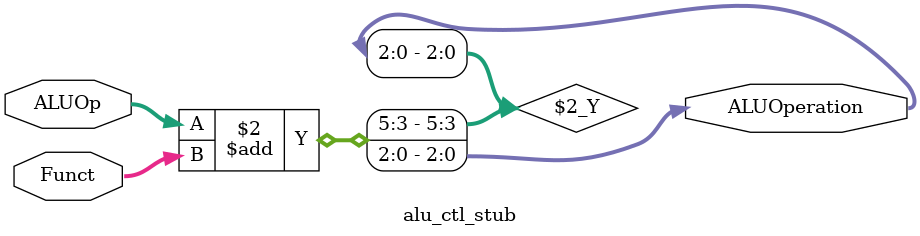
<source format=v>
module alu_ctl_stub(ALUOp, Funct, ALUOperation);
    input [1:0] ALUOp;          // @annot{taint_source(ALUOp)}
    input [5:0] Funct;          // @annot{taint_source(Funct)}
    output [2:0] ALUOperation;  // @annot{taint_sink(ALUOperation)}
    reg    [2:0] ALUOperation;

    // symbolic constants for instruction function code
    parameter F_add = 6'd32;
    parameter F_sub = 6'd34;
    parameter F_and = 6'd36;
    parameter F_or  = 6'd37;
    parameter F_slt = 6'd42;

    // symbolic constants for ALU Operations
    parameter ALU_add = 3'b010;
    parameter ALU_sub = 3'b110;
    parameter ALU_and = 3'b000;
    parameter ALU_or  = 3'b001;
    parameter ALU_slt = 3'b111;

    always @(*)
      ALUOperation = ALUOp + Funct;
   
      // case (ALUOp) 
      //   2'b00 :
      //     ALUOperation = ALU_add;
      //   2'b10 : 
      //     case (Funct) 
      //       F_add : ALUOperation = ALU_add;
      //       default ALUOperation = 3'bxxx;
      //     endcase
      //   default:
      //     ALUOperation = 3'bxxx;
      // endcase

endmodule


</source>
